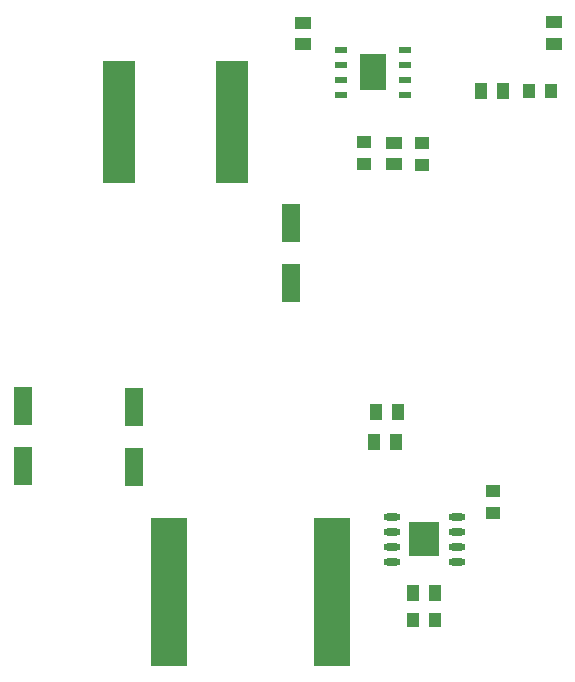
<source format=gtp>
G04*
G04 #@! TF.GenerationSoftware,Altium Limited,Altium Designer,20.0.12 (288)*
G04*
G04 Layer_Color=8421504*
%FSLAX25Y25*%
%MOIN*%
G70*
G01*
G75*
%ADD16R,0.05118X0.04134*%
%ADD17R,0.04134X0.05118*%
%ADD18R,0.12402X0.49213*%
%ADD19R,0.10866X0.40630*%
%ADD20R,0.09843X0.11811*%
%ADD21O,0.05709X0.02362*%
%ADD22R,0.04331X0.01968*%
%ADD23R,0.08661X0.12205*%
%ADD24R,0.06299X0.12598*%
%ADD25R,0.04134X0.05512*%
%ADD26R,0.05512X0.04134*%
D16*
X228217Y76858D02*
D03*
Y84142D02*
D03*
X204716Y200142D02*
D03*
Y192858D02*
D03*
X185216Y200500D02*
D03*
Y193217D02*
D03*
D17*
X201716Y41000D02*
D03*
X209000D02*
D03*
X240216Y217500D02*
D03*
X247500D02*
D03*
D18*
X174500Y50500D02*
D03*
X120268D02*
D03*
D19*
X103799Y207000D02*
D03*
X141201D02*
D03*
D20*
X205445Y68000D02*
D03*
D21*
X216173Y60500D02*
D03*
Y65500D02*
D03*
Y70500D02*
D03*
Y75500D02*
D03*
X194717Y60500D02*
D03*
Y65500D02*
D03*
Y70500D02*
D03*
Y75500D02*
D03*
D22*
X177717Y221000D02*
D03*
Y226000D02*
D03*
Y231000D02*
D03*
Y216000D02*
D03*
X198976D02*
D03*
Y231000D02*
D03*
Y226000D02*
D03*
Y221000D02*
D03*
D23*
X188445Y223697D02*
D03*
D24*
X71716Y112500D02*
D03*
Y92421D02*
D03*
X108500Y112079D02*
D03*
Y92000D02*
D03*
X161000Y153421D02*
D03*
Y173500D02*
D03*
D25*
X196500Y110500D02*
D03*
X189216D02*
D03*
X196000Y100500D02*
D03*
X188716D02*
D03*
X208858Y50000D02*
D03*
X201575D02*
D03*
X224433Y217500D02*
D03*
X231716D02*
D03*
D26*
X195217Y200284D02*
D03*
Y193000D02*
D03*
X248500Y233217D02*
D03*
Y240500D02*
D03*
X165000Y240283D02*
D03*
Y233000D02*
D03*
M02*

</source>
